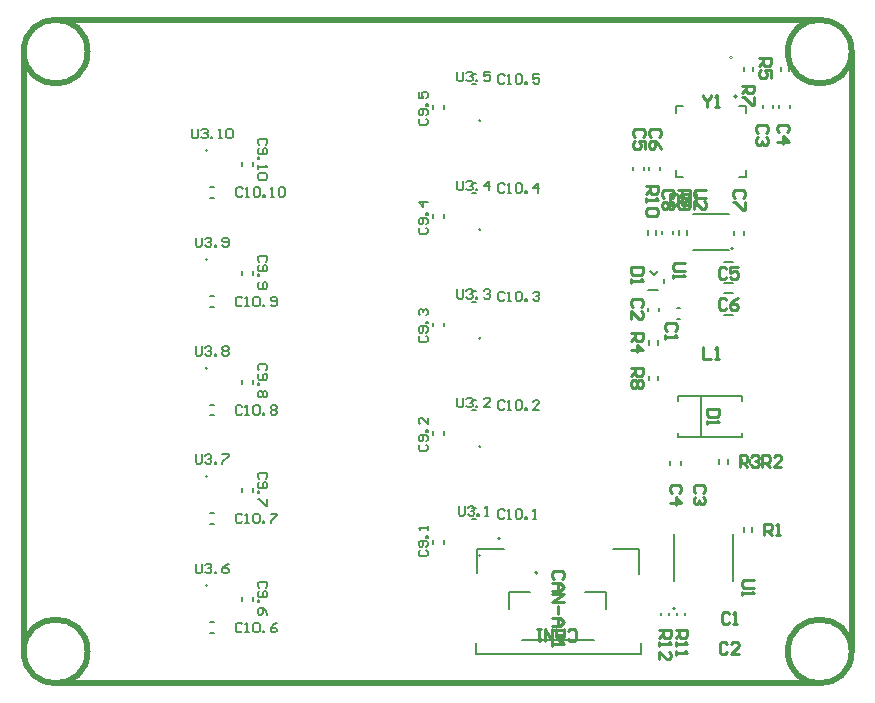
<source format=gto>
G04*
G04 #@! TF.GenerationSoftware,Altium Limited,Altium Designer,21.4.1 (30)*
G04*
G04 Layer_Color=65535*
%FSLAX44Y44*%
%MOMM*%
G71*
G04*
G04 #@! TF.SameCoordinates,B4B9371B-DA90-4157-8B6F-408CC5BF2631*
G04*
G04*
G04 #@! TF.FilePolarity,Positive*
G04*
G01*
G75*
%ADD10C,0.5000*%
%ADD11C,0.0000*%
%ADD12C,0.1270*%
%ADD13C,0.2000*%
%ADD14C,0.1524*%
%ADD15C,0.1500*%
%ADD16C,0.2500*%
D10*
X826400Y1269092D02*
G03*
X826400Y1269092I-27000J0D01*
G01*
Y761258D02*
G03*
X826400Y761258I-27000J0D01*
G01*
X1473300Y1269092D02*
G03*
X1473300Y1269092I-27000J0D01*
G01*
Y761258D02*
G03*
X1473300Y761258I-27000J0D01*
G01*
X797900Y734300D02*
X1447500D01*
X1473300Y761258D02*
Y1269092D01*
X798400Y1296000D02*
X1447500D01*
X772400Y759700D02*
Y1270200D01*
D11*
X1159240Y842458D02*
G03*
X1159240Y842458I-1000J0D01*
G01*
X1159267Y934490D02*
G03*
X1159267Y934490I-1000J0D01*
G01*
Y1026490D02*
G03*
X1159267Y1026490I-1000J0D01*
G01*
Y1210490D02*
G03*
X1159267Y1210490I-1000J0D01*
G01*
Y1118191D02*
G03*
X1159267Y1118191I-1000J0D01*
G01*
X927933Y817010D02*
G03*
X927933Y817010I-1000J0D01*
G01*
Y909309D02*
G03*
X927933Y909309I-1000J0D01*
G01*
Y1001010D02*
G03*
X927933Y1001010I-1000J0D01*
G01*
Y1093010D02*
G03*
X927933Y1093010I-1000J0D01*
G01*
X927960Y1185342D02*
G03*
X927960Y1185342I-1000J0D01*
G01*
X1372472Y1264300D02*
G03*
X1372472Y1264300I-1270J0D01*
G01*
D12*
X1376052Y1231230D02*
G03*
X1376052Y1231230I-1270J0D01*
G01*
X1152140Y873360D02*
X1155140D01*
X1152140Y882360D02*
X1155140D01*
X1152167Y1241393D02*
X1155167D01*
X1152167Y1250392D02*
X1155167D01*
X1152167Y965393D02*
X1155167D01*
X1152167Y974392D02*
X1155167D01*
X1152167Y1149093D02*
X1155167D01*
X1152167Y1158093D02*
X1155167D01*
X1152167Y1057393D02*
X1155167D01*
X1152167Y1066393D02*
X1155167D01*
X1119040Y852460D02*
Y855460D01*
X1128040Y852460D02*
Y855460D01*
X1119067Y1128193D02*
Y1131193D01*
X1128067Y1128193D02*
Y1131193D01*
X1119067Y1220492D02*
Y1223492D01*
X1128067Y1220492D02*
Y1223492D01*
X1119067Y944492D02*
Y947493D01*
X1128067Y944492D02*
Y947493D01*
X1119067Y1036492D02*
Y1039492D01*
X1128067Y1036492D02*
Y1039492D01*
X1293668Y826769D02*
Y847769D01*
X1271168D02*
X1293668D01*
X1156168Y827269D02*
Y848269D01*
X1178668D01*
X1155668Y758769D02*
Y768269D01*
X1294168Y758769D02*
X1294668Y759269D01*
Y768269D01*
X1155668Y758769D02*
X1294168D01*
X1382400Y1113800D02*
Y1116800D01*
X1373400Y1113800D02*
Y1116800D01*
X1420900Y1221135D02*
Y1224135D01*
X1411900Y1221135D02*
Y1224135D01*
X1407000Y1221170D02*
Y1224170D01*
X1398000Y1221170D02*
Y1224170D01*
X957133Y804007D02*
Y807008D01*
X966133Y804007D02*
Y807008D01*
X930033Y777107D02*
X933033D01*
X930033Y786107D02*
X933033D01*
X957133Y896307D02*
Y899307D01*
X966133Y896307D02*
Y899307D01*
X930033Y869407D02*
X933033D01*
X930033Y878407D02*
X933033D01*
X957133Y988008D02*
Y991008D01*
X966133Y988008D02*
Y991008D01*
X930033Y961107D02*
X933033D01*
X930033Y970107D02*
X933033D01*
X957133Y1080007D02*
Y1083008D01*
X966133Y1080007D02*
Y1083008D01*
X930033Y1053108D02*
X933033D01*
X930033Y1062107D02*
X933033D01*
X957160Y1172340D02*
Y1175340D01*
X966160Y1172340D02*
Y1175340D01*
X930060Y1145440D02*
X933060D01*
X930060Y1154440D02*
X933060D01*
X1310000Y1049400D02*
Y1052400D01*
X1301000Y1049400D02*
Y1052400D01*
X1297500Y1168650D02*
Y1171650D01*
X1288500Y1168650D02*
Y1171650D01*
X1311000Y1168650D02*
Y1171650D01*
X1302000Y1168650D02*
Y1171650D01*
X1339203Y1101200D02*
X1369202D01*
X1339203Y1131200D02*
X1369202D01*
X1322100Y1114532D02*
Y1117532D01*
X1313100Y1114532D02*
Y1117532D01*
X1325200Y1042800D02*
X1328200D01*
X1325200Y1051800D02*
X1328200D01*
X1365305Y1073010D02*
X1372505D01*
X1365305Y1091010D02*
X1372505D01*
X1365305Y1046340D02*
X1372505D01*
X1365305Y1064340D02*
X1372505D01*
X1183065Y797334D02*
Y811534D01*
X1200715D01*
X1265565Y797234D02*
Y811534D01*
X1247915D02*
X1265565D01*
X1193915Y771033D02*
X1254815D01*
X1319570Y919220D02*
Y922220D01*
X1328570Y919220D02*
Y922220D01*
X1373260Y820830D02*
Y860830D01*
X1322760Y820830D02*
Y860830D01*
D13*
X1175668Y856769D02*
G03*
X1175668Y856769I-1000J0D01*
G01*
X1372982Y1102230D02*
G03*
X1372982Y1102230I-1000J0D01*
G01*
X1207315Y828034D02*
G03*
X1207315Y828034I-1000J0D01*
G01*
X1323960Y797630D02*
G03*
X1323960Y797630I-1000J0D01*
G01*
X1332350Y791878D02*
Y793878D01*
X1325850Y791878D02*
Y793878D01*
X1378203Y1222800D02*
X1384202D01*
Y1216800D02*
Y1222800D01*
Y1162800D02*
Y1168800D01*
X1378203Y1162800D02*
X1384202D01*
X1324203Y1222800D02*
X1330202D01*
X1324203Y1216800D02*
Y1222800D01*
Y1162800D02*
Y1168800D01*
Y1162800D02*
X1330202D01*
X1387070Y920220D02*
Y924220D01*
X1380070Y920220D02*
Y924220D01*
X1382400Y1252435D02*
Y1256435D01*
X1389400Y1252435D02*
Y1256435D01*
X1413400Y1252435D02*
Y1256435D01*
X1420400Y1252435D02*
Y1256435D01*
X1309000Y990800D02*
Y994800D01*
X1302000Y990800D02*
Y994800D01*
X1309000Y1020800D02*
Y1024800D01*
X1302000Y1020800D02*
Y1024800D01*
X1305750Y1079950D02*
X1309125Y1083325D01*
X1302500Y1083200D02*
X1305750Y1079950D01*
X1301250Y1067200D02*
X1309500D01*
X1300700Y1114032D02*
Y1118032D01*
X1307700Y1114032D02*
Y1118032D01*
X1327200Y1114032D02*
Y1118032D01*
X1334200Y1114032D02*
Y1118032D01*
X1318350Y791878D02*
Y793878D01*
X1311850Y791878D02*
Y793878D01*
X1368403Y920220D02*
Y924220D01*
X1361403Y920220D02*
Y924220D01*
X1382070Y862430D02*
Y866430D01*
X1389070Y862430D02*
Y866430D01*
X1107974Y847029D02*
X1106642Y845696D01*
Y843030D01*
X1107974Y841697D01*
X1113306D01*
X1114639Y843030D01*
Y845696D01*
X1113306Y847029D01*
Y849695D02*
X1114639Y851028D01*
Y853693D01*
X1113306Y855026D01*
X1107974D01*
X1106642Y853693D01*
Y851028D01*
X1107974Y849695D01*
X1109307D01*
X1110640Y851028D01*
Y855026D01*
X1114639Y857692D02*
X1113306D01*
Y859025D01*
X1114639D01*
Y857692D01*
Y864357D02*
Y867022D01*
Y865690D01*
X1106642D01*
X1107974Y864357D01*
X1108001Y936396D02*
X1106668Y935063D01*
Y932397D01*
X1108001Y931064D01*
X1113333D01*
X1114666Y932397D01*
Y935063D01*
X1113333Y936396D01*
Y939062D02*
X1114666Y940394D01*
Y943060D01*
X1113333Y944393D01*
X1108001D01*
X1106668Y943060D01*
Y940394D01*
X1108001Y939062D01*
X1109334D01*
X1110667Y940394D01*
Y944393D01*
X1114666Y947059D02*
X1113333D01*
Y948392D01*
X1114666D01*
Y947059D01*
Y959055D02*
Y953723D01*
X1109334Y959055D01*
X1108001D01*
X1106668Y957722D01*
Y955056D01*
X1108001Y953723D01*
Y1028396D02*
X1106668Y1027063D01*
Y1024397D01*
X1108001Y1023064D01*
X1113333D01*
X1114666Y1024397D01*
Y1027063D01*
X1113333Y1028396D01*
Y1031061D02*
X1114666Y1032394D01*
Y1035060D01*
X1113333Y1036393D01*
X1108001D01*
X1106668Y1035060D01*
Y1032394D01*
X1108001Y1031061D01*
X1109334D01*
X1110667Y1032394D01*
Y1036393D01*
X1114666Y1039059D02*
X1113333D01*
Y1040392D01*
X1114666D01*
Y1039059D01*
X1108001Y1045723D02*
X1106668Y1047056D01*
Y1049722D01*
X1108001Y1051055D01*
X1109334D01*
X1110667Y1049722D01*
Y1048389D01*
Y1049722D01*
X1112000Y1051055D01*
X1113333D01*
X1114666Y1049722D01*
Y1047056D01*
X1113333Y1045723D01*
X1108001Y1120096D02*
X1106668Y1118763D01*
Y1116098D01*
X1108001Y1114765D01*
X1113333D01*
X1114666Y1116098D01*
Y1118763D01*
X1113333Y1120096D01*
Y1122762D02*
X1114666Y1124095D01*
Y1126761D01*
X1113333Y1128094D01*
X1108001D01*
X1106668Y1126761D01*
Y1124095D01*
X1108001Y1122762D01*
X1109334D01*
X1110667Y1124095D01*
Y1128094D01*
X1114666Y1130760D02*
X1113333D01*
Y1132092D01*
X1114666D01*
Y1130760D01*
Y1141423D02*
X1106668D01*
X1110667Y1137424D01*
Y1142756D01*
X1108001Y1212396D02*
X1106668Y1211063D01*
Y1208397D01*
X1108001Y1207064D01*
X1113333D01*
X1114666Y1208397D01*
Y1211063D01*
X1113333Y1212396D01*
Y1215061D02*
X1114666Y1216394D01*
Y1219060D01*
X1113333Y1220393D01*
X1108001D01*
X1106668Y1219060D01*
Y1216394D01*
X1108001Y1215061D01*
X1109334D01*
X1110667Y1216394D01*
Y1220393D01*
X1114666Y1223059D02*
X1113333D01*
Y1224392D01*
X1114666D01*
Y1223059D01*
X1106668Y1235055D02*
Y1229723D01*
X1110667D01*
X1109334Y1232389D01*
Y1233722D01*
X1110667Y1235055D01*
X1113333D01*
X1114666Y1233722D01*
Y1231056D01*
X1113333Y1229723D01*
X977199Y815104D02*
X978532Y816437D01*
Y819103D01*
X977199Y820436D01*
X971867D01*
X970534Y819103D01*
Y816437D01*
X971867Y815104D01*
Y812439D02*
X970534Y811106D01*
Y808440D01*
X971867Y807107D01*
X977199D01*
X978532Y808440D01*
Y811106D01*
X977199Y812439D01*
X975866D01*
X974533Y811106D01*
Y807107D01*
X970534Y804441D02*
X971867D01*
Y803108D01*
X970534D01*
Y804441D01*
X978532Y792445D02*
X977199Y795111D01*
X974533Y797776D01*
X971867D01*
X970534Y796444D01*
Y793778D01*
X971867Y792445D01*
X973200D01*
X974533Y793778D01*
Y797776D01*
X977199Y907404D02*
X978532Y908737D01*
Y911402D01*
X977199Y912735D01*
X971867D01*
X970534Y911402D01*
Y908737D01*
X971867Y907404D01*
Y904738D02*
X970534Y903405D01*
Y900739D01*
X971867Y899406D01*
X977199D01*
X978532Y900739D01*
Y903405D01*
X977199Y904738D01*
X975866D01*
X974533Y903405D01*
Y899406D01*
X970534Y896740D02*
X971867D01*
Y895408D01*
X970534D01*
Y896740D01*
X978532Y890076D02*
Y884744D01*
X977199D01*
X971867Y890076D01*
X970534D01*
X977199Y999104D02*
X978532Y1000437D01*
Y1003103D01*
X977199Y1004436D01*
X971867D01*
X970534Y1003103D01*
Y1000437D01*
X971867Y999104D01*
Y996439D02*
X970534Y995106D01*
Y992440D01*
X971867Y991107D01*
X977199D01*
X978532Y992440D01*
Y995106D01*
X977199Y996439D01*
X975866D01*
X974533Y995106D01*
Y991107D01*
X970534Y988441D02*
X971867D01*
Y987108D01*
X970534D01*
Y988441D01*
X977199Y981777D02*
X978532Y980444D01*
Y977778D01*
X977199Y976445D01*
X975866D01*
X974533Y977778D01*
X973200Y976445D01*
X971867D01*
X970534Y977778D01*
Y980444D01*
X971867Y981777D01*
X973200D01*
X974533Y980444D01*
X975866Y981777D01*
X977199D01*
X974533Y980444D02*
Y977778D01*
X977199Y1091104D02*
X978532Y1092437D01*
Y1095103D01*
X977199Y1096436D01*
X971867D01*
X970534Y1095103D01*
Y1092437D01*
X971867Y1091104D01*
Y1088438D02*
X970534Y1087106D01*
Y1084440D01*
X971867Y1083107D01*
X977199D01*
X978532Y1084440D01*
Y1087106D01*
X977199Y1088438D01*
X975866D01*
X974533Y1087106D01*
Y1083107D01*
X970534Y1080441D02*
X971867D01*
Y1079108D01*
X970534D01*
Y1080441D01*
X971867Y1073776D02*
X970534Y1072444D01*
Y1069778D01*
X971867Y1068445D01*
X977199D01*
X978532Y1069778D01*
Y1072444D01*
X977199Y1073776D01*
X975866D01*
X974533Y1072444D01*
Y1068445D01*
X977226Y1190101D02*
X978558Y1191434D01*
Y1194100D01*
X977226Y1195433D01*
X971894D01*
X970561Y1194100D01*
Y1191434D01*
X971894Y1190101D01*
Y1187436D02*
X970561Y1186103D01*
Y1183437D01*
X971894Y1182104D01*
X977226D01*
X978558Y1183437D01*
Y1186103D01*
X977226Y1187436D01*
X975893D01*
X974560Y1186103D01*
Y1182104D01*
X970561Y1179438D02*
X971894D01*
Y1178105D01*
X970561D01*
Y1179438D01*
Y1172774D02*
Y1170108D01*
Y1171441D01*
X978558D01*
X977226Y1172774D01*
Y1166109D02*
X978558Y1164776D01*
Y1162110D01*
X977226Y1160777D01*
X971894D01*
X970561Y1162110D01*
Y1164776D01*
X971894Y1166109D01*
X977226D01*
X1179574Y880424D02*
X1178241Y881757D01*
X1175575D01*
X1174242Y880424D01*
Y875093D01*
X1175575Y873760D01*
X1178241D01*
X1179574Y875093D01*
X1182239Y873760D02*
X1184905D01*
X1183572D01*
Y881757D01*
X1182239Y880424D01*
X1188904D02*
X1190237Y881757D01*
X1192903D01*
X1194236Y880424D01*
Y875093D01*
X1192903Y873760D01*
X1190237D01*
X1188904Y875093D01*
Y880424D01*
X1196901Y873760D02*
Y875093D01*
X1198234D01*
Y873760D01*
X1196901D01*
X1203566D02*
X1206232D01*
X1204899D01*
Y881757D01*
X1203566Y880424D01*
X1179574Y972626D02*
X1178241Y973959D01*
X1175575D01*
X1174242Y972626D01*
Y967295D01*
X1175575Y965962D01*
X1178241D01*
X1179574Y967295D01*
X1182239Y965962D02*
X1184905D01*
X1183572D01*
Y973959D01*
X1182239Y972626D01*
X1188904D02*
X1190237Y973959D01*
X1192903D01*
X1194236Y972626D01*
Y967295D01*
X1192903Y965962D01*
X1190237D01*
X1188904Y967295D01*
Y972626D01*
X1196901Y965962D02*
Y967295D01*
X1198234D01*
Y965962D01*
X1196901D01*
X1208897D02*
X1203566D01*
X1208897Y971294D01*
Y972626D01*
X1207565Y973959D01*
X1204899D01*
X1203566Y972626D01*
X1179574Y1064575D02*
X1178241Y1065907D01*
X1175575D01*
X1174242Y1064575D01*
Y1059243D01*
X1175575Y1057910D01*
X1178241D01*
X1179574Y1059243D01*
X1182239Y1057910D02*
X1184905D01*
X1183572D01*
Y1065907D01*
X1182239Y1064575D01*
X1188904D02*
X1190237Y1065907D01*
X1192903D01*
X1194236Y1064575D01*
Y1059243D01*
X1192903Y1057910D01*
X1190237D01*
X1188904Y1059243D01*
Y1064575D01*
X1196901Y1057910D02*
Y1059243D01*
X1198234D01*
Y1057910D01*
X1196901D01*
X1203566Y1064575D02*
X1204899Y1065907D01*
X1207565D01*
X1208897Y1064575D01*
Y1063242D01*
X1207565Y1061909D01*
X1206232D01*
X1207565D01*
X1208897Y1060576D01*
Y1059243D01*
X1207565Y1057910D01*
X1204899D01*
X1203566Y1059243D01*
X1179574Y1156268D02*
X1178241Y1157601D01*
X1175575D01*
X1174242Y1156268D01*
Y1150937D01*
X1175575Y1149604D01*
X1178241D01*
X1179574Y1150937D01*
X1182239Y1149604D02*
X1184905D01*
X1183572D01*
Y1157601D01*
X1182239Y1156268D01*
X1188904D02*
X1190237Y1157601D01*
X1192903D01*
X1194236Y1156268D01*
Y1150937D01*
X1192903Y1149604D01*
X1190237D01*
X1188904Y1150937D01*
Y1156268D01*
X1196901Y1149604D02*
Y1150937D01*
X1198234D01*
Y1149604D01*
X1196901D01*
X1207565D02*
Y1157601D01*
X1203566Y1153603D01*
X1208897D01*
X1179574Y1248471D02*
X1178241Y1249803D01*
X1175575D01*
X1174242Y1248471D01*
Y1243139D01*
X1175575Y1241806D01*
X1178241D01*
X1179574Y1243139D01*
X1182239Y1241806D02*
X1184905D01*
X1183572D01*
Y1249803D01*
X1182239Y1248471D01*
X1188904D02*
X1190237Y1249803D01*
X1192903D01*
X1194236Y1248471D01*
Y1243139D01*
X1192903Y1241806D01*
X1190237D01*
X1188904Y1243139D01*
Y1248471D01*
X1196901Y1241806D02*
Y1243139D01*
X1198234D01*
Y1241806D01*
X1196901D01*
X1208897Y1249803D02*
X1203566D01*
Y1245805D01*
X1206232Y1247138D01*
X1207565D01*
X1208897Y1245805D01*
Y1243139D01*
X1207565Y1241806D01*
X1204899D01*
X1203566Y1243139D01*
X957324Y784158D02*
X955991Y785491D01*
X953325D01*
X951992Y784158D01*
Y778827D01*
X953325Y777494D01*
X955991D01*
X957324Y778827D01*
X959989Y777494D02*
X962655D01*
X961322D01*
Y785491D01*
X959989Y784158D01*
X966654D02*
X967987Y785491D01*
X970653D01*
X971986Y784158D01*
Y778827D01*
X970653Y777494D01*
X967987D01*
X966654Y778827D01*
Y784158D01*
X974651Y777494D02*
Y778827D01*
X975984D01*
Y777494D01*
X974651D01*
X986647Y785491D02*
X983982Y784158D01*
X981316Y781493D01*
Y778827D01*
X982649Y777494D01*
X985315D01*
X986647Y778827D01*
Y780160D01*
X985315Y781493D01*
X981316D01*
X957324Y876615D02*
X955991Y877947D01*
X953325D01*
X951992Y876615D01*
Y871283D01*
X953325Y869950D01*
X955991D01*
X957324Y871283D01*
X959989Y869950D02*
X962655D01*
X961322D01*
Y877947D01*
X959989Y876615D01*
X966654D02*
X967987Y877947D01*
X970653D01*
X971986Y876615D01*
Y871283D01*
X970653Y869950D01*
X967987D01*
X966654Y871283D01*
Y876615D01*
X974651Y869950D02*
Y871283D01*
X975984D01*
Y869950D01*
X974651D01*
X981316Y877947D02*
X986647D01*
Y876615D01*
X981316Y871283D01*
Y869950D01*
X957324Y968308D02*
X955991Y969641D01*
X953325D01*
X951992Y968308D01*
Y962977D01*
X953325Y961644D01*
X955991D01*
X957324Y962977D01*
X959989Y961644D02*
X962655D01*
X961322D01*
Y969641D01*
X959989Y968308D01*
X966654D02*
X967987Y969641D01*
X970653D01*
X971986Y968308D01*
Y962977D01*
X970653Y961644D01*
X967987D01*
X966654Y962977D01*
Y968308D01*
X974651Y961644D02*
Y962977D01*
X975984D01*
Y961644D01*
X974651D01*
X981316Y968308D02*
X982649Y969641D01*
X985315D01*
X986647Y968308D01*
Y966976D01*
X985315Y965643D01*
X986647Y964310D01*
Y962977D01*
X985315Y961644D01*
X982649D01*
X981316Y962977D01*
Y964310D01*
X982649Y965643D01*
X981316Y966976D01*
Y968308D01*
X982649Y965643D02*
X985315D01*
X957324Y1060257D02*
X955991Y1061589D01*
X953325D01*
X951992Y1060257D01*
Y1054925D01*
X953325Y1053592D01*
X955991D01*
X957324Y1054925D01*
X959989Y1053592D02*
X962655D01*
X961322D01*
Y1061589D01*
X959989Y1060257D01*
X966654D02*
X967987Y1061589D01*
X970653D01*
X971986Y1060257D01*
Y1054925D01*
X970653Y1053592D01*
X967987D01*
X966654Y1054925D01*
Y1060257D01*
X974651Y1053592D02*
Y1054925D01*
X975984D01*
Y1053592D01*
X974651D01*
X981316Y1054925D02*
X982649Y1053592D01*
X985315D01*
X986647Y1054925D01*
Y1060257D01*
X985315Y1061589D01*
X982649D01*
X981316Y1060257D01*
Y1058924D01*
X982649Y1057591D01*
X986647D01*
X957578Y1152712D02*
X956245Y1154045D01*
X953579D01*
X952246Y1152712D01*
Y1147381D01*
X953579Y1146048D01*
X956245D01*
X957578Y1147381D01*
X960243Y1146048D02*
X962909D01*
X961576D01*
Y1154045D01*
X960243Y1152712D01*
X966908D02*
X968241Y1154045D01*
X970907D01*
X972240Y1152712D01*
Y1147381D01*
X970907Y1146048D01*
X968241D01*
X966908Y1147381D01*
Y1152712D01*
X974905Y1146048D02*
Y1147381D01*
X976238D01*
Y1146048D01*
X974905D01*
X981570D02*
X984236D01*
X982903D01*
Y1154045D01*
X981570Y1152712D01*
X988234D02*
X989567Y1154045D01*
X992233D01*
X993566Y1152712D01*
Y1147381D01*
X992233Y1146048D01*
X989567D01*
X988234Y1147381D01*
Y1152712D01*
X1140460Y884043D02*
Y877379D01*
X1141793Y876046D01*
X1144459D01*
X1145792Y877379D01*
Y884043D01*
X1148457Y882710D02*
X1149790Y884043D01*
X1152456D01*
X1153789Y882710D01*
Y881378D01*
X1152456Y880045D01*
X1151123D01*
X1152456D01*
X1153789Y878712D01*
Y877379D01*
X1152456Y876046D01*
X1149790D01*
X1148457Y877379D01*
X1156455Y876046D02*
Y877379D01*
X1157788D01*
Y876046D01*
X1156455D01*
X1163119D02*
X1165785D01*
X1164452D01*
Y884043D01*
X1163119Y882710D01*
X1139190Y975991D02*
Y969327D01*
X1140523Y967994D01*
X1143189D01*
X1144522Y969327D01*
Y975991D01*
X1147187Y974659D02*
X1148520Y975991D01*
X1151186D01*
X1152519Y974659D01*
Y973326D01*
X1151186Y971993D01*
X1149853D01*
X1151186D01*
X1152519Y970660D01*
Y969327D01*
X1151186Y967994D01*
X1148520D01*
X1147187Y969327D01*
X1155185Y967994D02*
Y969327D01*
X1156518D01*
Y967994D01*
X1155185D01*
X1167181D02*
X1161849D01*
X1167181Y973326D01*
Y974659D01*
X1165848Y975991D01*
X1163182D01*
X1161849Y974659D01*
X1139190Y1067939D02*
Y1061275D01*
X1140523Y1059942D01*
X1143189D01*
X1144522Y1061275D01*
Y1067939D01*
X1147187Y1066607D02*
X1148520Y1067939D01*
X1151186D01*
X1152519Y1066607D01*
Y1065274D01*
X1151186Y1063941D01*
X1149853D01*
X1151186D01*
X1152519Y1062608D01*
Y1061275D01*
X1151186Y1059942D01*
X1148520D01*
X1147187Y1061275D01*
X1155185Y1059942D02*
Y1061275D01*
X1156518D01*
Y1059942D01*
X1155185D01*
X1161849Y1066607D02*
X1163182Y1067939D01*
X1165848D01*
X1167181Y1066607D01*
Y1065274D01*
X1165848Y1063941D01*
X1164515D01*
X1165848D01*
X1167181Y1062608D01*
Y1061275D01*
X1165848Y1059942D01*
X1163182D01*
X1161849Y1061275D01*
X1139190Y1159633D02*
Y1152969D01*
X1140523Y1151636D01*
X1143189D01*
X1144522Y1152969D01*
Y1159633D01*
X1147187Y1158300D02*
X1148520Y1159633D01*
X1151186D01*
X1152519Y1158300D01*
Y1156968D01*
X1151186Y1155635D01*
X1149853D01*
X1151186D01*
X1152519Y1154302D01*
Y1152969D01*
X1151186Y1151636D01*
X1148520D01*
X1147187Y1152969D01*
X1155185Y1151636D02*
Y1152969D01*
X1156518D01*
Y1151636D01*
X1155185D01*
X1165848D02*
Y1159633D01*
X1161849Y1155635D01*
X1167181D01*
X1139190Y1252089D02*
Y1245425D01*
X1140523Y1244092D01*
X1143189D01*
X1144522Y1245425D01*
Y1252089D01*
X1147187Y1250757D02*
X1148520Y1252089D01*
X1151186D01*
X1152519Y1250757D01*
Y1249424D01*
X1151186Y1248091D01*
X1149853D01*
X1151186D01*
X1152519Y1246758D01*
Y1245425D01*
X1151186Y1244092D01*
X1148520D01*
X1147187Y1245425D01*
X1155185Y1244092D02*
Y1245425D01*
X1156518D01*
Y1244092D01*
X1155185D01*
X1167181Y1252089D02*
X1161849D01*
Y1248091D01*
X1164515Y1249424D01*
X1165848D01*
X1167181Y1248091D01*
Y1245425D01*
X1165848Y1244092D01*
X1163182D01*
X1161849Y1245425D01*
X917956Y835529D02*
Y828865D01*
X919289Y827532D01*
X921955D01*
X923288Y828865D01*
Y835529D01*
X925953Y834196D02*
X927286Y835529D01*
X929952D01*
X931285Y834196D01*
Y832864D01*
X929952Y831531D01*
X928619D01*
X929952D01*
X931285Y830198D01*
Y828865D01*
X929952Y827532D01*
X927286D01*
X925953Y828865D01*
X933951Y827532D02*
Y828865D01*
X935284D01*
Y827532D01*
X933951D01*
X945947Y835529D02*
X943281Y834196D01*
X940615Y831531D01*
Y828865D01*
X941948Y827532D01*
X944614D01*
X945947Y828865D01*
Y830198D01*
X944614Y831531D01*
X940615D01*
X917956Y927985D02*
Y921321D01*
X919289Y919988D01*
X921955D01*
X923288Y921321D01*
Y927985D01*
X925953Y926653D02*
X927286Y927985D01*
X929952D01*
X931285Y926653D01*
Y925320D01*
X929952Y923987D01*
X928619D01*
X929952D01*
X931285Y922654D01*
Y921321D01*
X929952Y919988D01*
X927286D01*
X925953Y921321D01*
X933951Y919988D02*
Y921321D01*
X935284D01*
Y919988D01*
X933951D01*
X940615Y927985D02*
X945947D01*
Y926653D01*
X940615Y921321D01*
Y919988D01*
X917956Y1019679D02*
Y1013015D01*
X919289Y1011682D01*
X921955D01*
X923288Y1013015D01*
Y1019679D01*
X925953Y1018346D02*
X927286Y1019679D01*
X929952D01*
X931285Y1018346D01*
Y1017014D01*
X929952Y1015681D01*
X928619D01*
X929952D01*
X931285Y1014348D01*
Y1013015D01*
X929952Y1011682D01*
X927286D01*
X925953Y1013015D01*
X933951Y1011682D02*
Y1013015D01*
X935284D01*
Y1011682D01*
X933951D01*
X940615Y1018346D02*
X941948Y1019679D01*
X944614D01*
X945947Y1018346D01*
Y1017014D01*
X944614Y1015681D01*
X945947Y1014348D01*
Y1013015D01*
X944614Y1011682D01*
X941948D01*
X940615Y1013015D01*
Y1014348D01*
X941948Y1015681D01*
X940615Y1017014D01*
Y1018346D01*
X941948Y1015681D02*
X944614D01*
X917956Y1111627D02*
Y1104963D01*
X919289Y1103630D01*
X921955D01*
X923288Y1104963D01*
Y1111627D01*
X925953Y1110294D02*
X927286Y1111627D01*
X929952D01*
X931285Y1110294D01*
Y1108962D01*
X929952Y1107629D01*
X928619D01*
X929952D01*
X931285Y1106296D01*
Y1104963D01*
X929952Y1103630D01*
X927286D01*
X925953Y1104963D01*
X933951Y1103630D02*
Y1104963D01*
X935284D01*
Y1103630D01*
X933951D01*
X940615Y1104963D02*
X941948Y1103630D01*
X944614D01*
X945947Y1104963D01*
Y1110294D01*
X944614Y1111627D01*
X941948D01*
X940615Y1110294D01*
Y1108962D01*
X941948Y1107629D01*
X945947D01*
X914654Y1203829D02*
Y1197165D01*
X915987Y1195832D01*
X918653D01*
X919986Y1197165D01*
Y1203829D01*
X922651Y1202496D02*
X923984Y1203829D01*
X926650D01*
X927983Y1202496D01*
Y1201164D01*
X926650Y1199831D01*
X925317D01*
X926650D01*
X927983Y1198498D01*
Y1197165D01*
X926650Y1195832D01*
X923984D01*
X922651Y1197165D01*
X930649Y1195832D02*
Y1197165D01*
X931982D01*
Y1195832D01*
X930649D01*
X937313D02*
X939979D01*
X938646D01*
Y1203829D01*
X937313Y1202496D01*
X943978D02*
X945311Y1203829D01*
X947977D01*
X949309Y1202496D01*
Y1197165D01*
X947977Y1195832D01*
X945311D01*
X943978Y1197165D01*
Y1202496D01*
D14*
X1314508Y1072722D02*
G03*
X1314508Y1076278I-2276J1778D01*
G01*
Y1072722D02*
G03*
X1314508Y1076278I-2276J1778D01*
G01*
D15*
X1346070Y942590D02*
X1380570D01*
X1344570D02*
X1346070D01*
X1326570D02*
X1343070D01*
X1326570Y977590D02*
X1343070D01*
X1344570D01*
X1346070D02*
X1380570D01*
X1346070Y942590D02*
Y977590D01*
X1344570D02*
X1346070D01*
X1343070Y942590D02*
X1344570D01*
X1380570Y973590D02*
Y977590D01*
X1326570Y973590D02*
Y977590D01*
Y942590D02*
Y946590D01*
X1380570Y942590D02*
Y946590D01*
D16*
X1347470Y1232499D02*
Y1230833D01*
X1350802Y1227500D01*
X1354135Y1230833D01*
Y1232499D01*
X1350802Y1227500D02*
Y1222502D01*
X1357467D02*
X1360799D01*
X1359133D01*
Y1232499D01*
X1357467Y1230833D01*
X1350198Y1152231D02*
X1341868D01*
X1340202Y1150564D01*
Y1147232D01*
X1341868Y1145566D01*
X1350198D01*
X1340202Y1135569D02*
Y1142234D01*
X1346866Y1135569D01*
X1348532D01*
X1350198Y1137235D01*
Y1140568D01*
X1348532Y1142234D01*
X1331798Y1090364D02*
X1323468D01*
X1321802Y1088698D01*
Y1085366D01*
X1323468Y1083700D01*
X1331798D01*
X1321802Y1080368D02*
Y1077035D01*
Y1078701D01*
X1331798D01*
X1330132Y1080368D01*
X1310032Y779480D02*
X1320029D01*
Y774482D01*
X1318363Y772815D01*
X1315030D01*
X1313364Y774482D01*
Y779480D01*
Y776148D02*
X1310032Y772815D01*
Y769483D02*
Y766151D01*
Y767817D01*
X1320029D01*
X1318363Y769483D01*
X1310032Y754488D02*
Y761152D01*
X1316696Y754488D01*
X1318363D01*
X1320029Y756154D01*
Y759486D01*
X1318363Y761152D01*
X1324200Y779580D02*
X1334197D01*
Y774582D01*
X1332531Y772915D01*
X1329198D01*
X1327532Y774582D01*
Y779580D01*
Y776248D02*
X1324200Y772915D01*
Y769583D02*
Y766251D01*
Y767917D01*
X1334197D01*
X1332531Y769583D01*
X1324200Y761253D02*
Y757920D01*
Y759586D01*
X1334197D01*
X1332531Y761253D01*
X1299302Y1154928D02*
X1309298D01*
Y1149930D01*
X1307632Y1148264D01*
X1304300D01*
X1302634Y1149930D01*
Y1154928D01*
Y1151596D02*
X1299302Y1148264D01*
Y1144932D02*
Y1141599D01*
Y1143266D01*
X1309298D01*
X1307632Y1144932D01*
Y1136601D02*
X1309298Y1134935D01*
Y1131603D01*
X1307632Y1129936D01*
X1300968D01*
X1299302Y1131603D01*
Y1134935D01*
X1300968Y1136601D01*
X1307632D01*
X1326302Y1152231D02*
X1336298D01*
Y1147232D01*
X1334632Y1145566D01*
X1331300D01*
X1329634Y1147232D01*
Y1152231D01*
Y1148898D02*
X1326302Y1145566D01*
X1327968Y1142234D02*
X1326302Y1140568D01*
Y1137235D01*
X1327968Y1135569D01*
X1334632D01*
X1336298Y1137235D01*
Y1140568D01*
X1334632Y1142234D01*
X1332966D01*
X1331300Y1140568D01*
Y1135569D01*
X1286430Y1001076D02*
X1296427D01*
Y996078D01*
X1294761Y994411D01*
X1291428D01*
X1289762Y996078D01*
Y1001076D01*
Y997744D02*
X1286430Y994411D01*
X1294761Y991079D02*
X1296427Y989413D01*
Y986081D01*
X1294761Y984415D01*
X1293094D01*
X1291428Y986081D01*
X1289762Y984415D01*
X1288096D01*
X1286430Y986081D01*
Y989413D01*
X1288096Y991079D01*
X1289762D01*
X1291428Y989413D01*
X1293094Y991079D01*
X1294761D01*
X1291428Y989413D02*
Y986081D01*
X1380802Y1240366D02*
X1390798D01*
Y1235367D01*
X1389132Y1233701D01*
X1385800D01*
X1384134Y1235367D01*
Y1240366D01*
Y1237033D02*
X1380802Y1233701D01*
X1390798Y1230369D02*
Y1223704D01*
X1389132D01*
X1382468Y1230369D01*
X1380802D01*
X1395002Y1263331D02*
X1404998D01*
Y1258332D01*
X1403332Y1256666D01*
X1400000D01*
X1398334Y1258332D01*
Y1263331D01*
Y1259998D02*
X1395002Y1256666D01*
X1404998Y1246669D02*
Y1253334D01*
X1400000D01*
X1401666Y1250002D01*
Y1248335D01*
X1400000Y1246669D01*
X1396668D01*
X1395002Y1248335D01*
Y1251668D01*
X1396668Y1253334D01*
X1286522Y1031048D02*
X1296519D01*
Y1026050D01*
X1294853Y1024383D01*
X1291520D01*
X1289854Y1026050D01*
Y1031048D01*
Y1027716D02*
X1286522Y1024383D01*
Y1016053D02*
X1296519D01*
X1291520Y1021051D01*
Y1014387D01*
X1319784Y1148933D02*
Y1138936D01*
X1324782D01*
X1326449Y1140602D01*
Y1147267D01*
X1324782Y1148933D01*
X1319784D01*
X1329781D02*
Y1138936D01*
X1334779D01*
X1336445Y1140602D01*
Y1147267D01*
X1334779Y1148933D01*
X1329781D01*
X1339778Y1138936D02*
X1343110D01*
X1341444D01*
Y1148933D01*
X1339778Y1147267D01*
X1296851Y1086750D02*
X1286854D01*
Y1081751D01*
X1288520Y1080085D01*
X1295185D01*
X1296851Y1081751D01*
Y1086750D01*
X1286854Y1076753D02*
Y1073421D01*
Y1075087D01*
X1296851D01*
X1295185Y1076753D01*
X1227705Y822787D02*
X1229371Y824454D01*
Y827786D01*
X1227705Y829452D01*
X1221040D01*
X1219374Y827786D01*
Y824454D01*
X1221040Y822787D01*
X1219374Y819455D02*
X1226039D01*
X1229371Y816123D01*
X1226039Y812791D01*
X1219374D01*
X1224372D01*
Y819455D01*
X1219374Y809458D02*
X1229371D01*
X1219374Y802794D01*
X1229371D01*
X1224372Y799462D02*
Y792797D01*
X1219374Y789465D02*
X1226039D01*
X1229371Y786133D01*
X1226039Y782800D01*
X1219374D01*
X1224372D01*
Y789465D01*
X1219374Y779468D02*
X1229371D01*
Y774470D01*
X1227705Y772804D01*
X1224372D01*
X1222706Y774470D01*
Y779468D01*
X1219374Y769471D02*
Y766139D01*
Y767805D01*
X1229371D01*
X1227705Y769471D01*
X1233312Y771536D02*
X1234978Y769870D01*
X1238310D01*
X1239976Y771536D01*
Y778201D01*
X1238310Y779867D01*
X1234978D01*
X1233312Y778201D01*
X1229980Y779867D02*
Y773202D01*
X1226647Y769870D01*
X1223315Y773202D01*
Y779867D01*
Y774868D01*
X1229980D01*
X1219983Y779867D02*
Y769870D01*
X1213318Y779867D01*
Y769870D01*
X1209986Y779867D02*
X1206654D01*
X1208320D01*
Y769870D01*
X1209986Y771536D01*
X1321032Y1145466D02*
X1322698Y1147132D01*
Y1150464D01*
X1321032Y1152131D01*
X1314368D01*
X1312702Y1150464D01*
Y1147132D01*
X1314368Y1145466D01*
X1321032Y1142134D02*
X1322698Y1140468D01*
Y1137135D01*
X1321032Y1135469D01*
X1319366D01*
X1317700Y1137135D01*
X1316034Y1135469D01*
X1314368D01*
X1312702Y1137135D01*
Y1140468D01*
X1314368Y1142134D01*
X1316034D01*
X1317700Y1140468D01*
X1319366Y1142134D01*
X1321032D01*
X1317700Y1140468D02*
Y1137135D01*
X1381132Y1144966D02*
X1382798Y1146632D01*
Y1149964D01*
X1381132Y1151631D01*
X1374468D01*
X1372802Y1149964D01*
Y1146632D01*
X1374468Y1144966D01*
X1382798Y1141634D02*
Y1134969D01*
X1381132D01*
X1374468Y1141634D01*
X1372802D01*
X1309923Y1196949D02*
X1311589Y1198616D01*
Y1201948D01*
X1309923Y1203614D01*
X1303258D01*
X1301592Y1201948D01*
Y1198616D01*
X1303258Y1196949D01*
X1311589Y1186953D02*
X1309923Y1190285D01*
X1306590Y1193617D01*
X1303258D01*
X1301592Y1191951D01*
Y1188619D01*
X1303258Y1186953D01*
X1304924D01*
X1306590Y1188619D01*
Y1193617D01*
X1296332Y1196966D02*
X1297998Y1198632D01*
Y1201964D01*
X1296332Y1203631D01*
X1289668D01*
X1288002Y1201964D01*
Y1198632D01*
X1289668Y1196966D01*
X1297998Y1186969D02*
Y1193634D01*
X1293000D01*
X1294666Y1190302D01*
Y1188635D01*
X1293000Y1186969D01*
X1289668D01*
X1288002Y1188635D01*
Y1191968D01*
X1289668Y1193634D01*
X1418332Y1200666D02*
X1419998Y1202332D01*
Y1205665D01*
X1418332Y1207331D01*
X1411668D01*
X1410002Y1205665D01*
Y1202332D01*
X1411668Y1200666D01*
X1410002Y1192336D02*
X1419998D01*
X1415000Y1197334D01*
Y1190669D01*
X1400532Y1200066D02*
X1402198Y1201732D01*
Y1205064D01*
X1400532Y1206730D01*
X1393868D01*
X1392202Y1205064D01*
Y1201732D01*
X1393868Y1200066D01*
X1400532Y1196734D02*
X1402198Y1195068D01*
Y1191735D01*
X1400532Y1190069D01*
X1398866D01*
X1397200Y1191735D01*
Y1193401D01*
Y1191735D01*
X1395534Y1190069D01*
X1393868D01*
X1392202Y1191735D01*
Y1195068D01*
X1393868Y1196734D01*
X1295232Y1052666D02*
X1296898Y1054332D01*
Y1057664D01*
X1295232Y1059331D01*
X1288568D01*
X1286902Y1057664D01*
Y1054332D01*
X1288568Y1052666D01*
X1286902Y1042669D02*
Y1049334D01*
X1293566Y1042669D01*
X1295232D01*
X1296898Y1044335D01*
Y1047668D01*
X1295232Y1049334D01*
X1323432Y1032800D02*
X1325098Y1034466D01*
Y1037798D01*
X1323432Y1039464D01*
X1316768D01*
X1315102Y1037798D01*
Y1034466D01*
X1316768Y1032800D01*
X1315102Y1029468D02*
Y1026135D01*
Y1027802D01*
X1325098D01*
X1323432Y1029468D01*
X1390498Y821964D02*
X1382168D01*
X1380502Y820298D01*
Y816966D01*
X1382168Y815300D01*
X1390498D01*
X1380502Y811968D02*
Y808635D01*
Y810302D01*
X1390498D01*
X1388832Y811968D01*
X1378458Y917194D02*
Y927191D01*
X1383456D01*
X1385123Y925525D01*
Y922192D01*
X1383456Y920526D01*
X1378458D01*
X1381790D02*
X1385123Y917194D01*
X1388455Y925525D02*
X1390121Y927191D01*
X1393453D01*
X1395119Y925525D01*
Y923858D01*
X1393453Y922192D01*
X1391787D01*
X1393453D01*
X1395119Y920526D01*
Y918860D01*
X1393453Y917194D01*
X1390121D01*
X1388455Y918860D01*
X1397254Y917194D02*
Y927191D01*
X1402252D01*
X1403918Y925525D01*
Y922192D01*
X1402252Y920526D01*
X1397254D01*
X1400586D02*
X1403918Y917194D01*
X1413915D02*
X1407251D01*
X1413915Y923858D01*
Y925525D01*
X1412249Y927191D01*
X1408917D01*
X1407251Y925525D01*
X1399032Y859536D02*
Y869533D01*
X1404030D01*
X1405697Y867867D01*
Y864534D01*
X1404030Y862868D01*
X1399032D01*
X1402364D02*
X1405697Y859536D01*
X1409029D02*
X1412361D01*
X1410695D01*
Y869533D01*
X1409029Y867867D01*
X1347724Y1019139D02*
Y1009142D01*
X1354388D01*
X1357721D02*
X1361053D01*
X1359387D01*
Y1019139D01*
X1357721Y1017473D01*
X1361108Y966754D02*
X1351112D01*
Y961756D01*
X1352778Y960090D01*
X1359442D01*
X1361108Y961756D01*
Y966754D01*
X1351112Y956758D02*
Y953425D01*
Y955091D01*
X1361108D01*
X1359442Y956758D01*
X1367343Y1058621D02*
X1365676Y1060287D01*
X1362344D01*
X1360678Y1058621D01*
Y1051956D01*
X1362344Y1050290D01*
X1365676D01*
X1367343Y1051956D01*
X1377339Y1060287D02*
X1374007Y1058621D01*
X1370675Y1055288D01*
Y1051956D01*
X1372341Y1050290D01*
X1375673D01*
X1377339Y1051956D01*
Y1053622D01*
X1375673Y1055288D01*
X1370675D01*
X1367343Y1085291D02*
X1365676Y1086957D01*
X1362344D01*
X1360678Y1085291D01*
Y1078626D01*
X1362344Y1076960D01*
X1365676D01*
X1367343Y1078626D01*
X1377339Y1086957D02*
X1370675D01*
Y1081958D01*
X1374007Y1083624D01*
X1375673D01*
X1377339Y1081958D01*
Y1078626D01*
X1375673Y1076960D01*
X1372341D01*
X1370675Y1078626D01*
X1327532Y895266D02*
X1329198Y896932D01*
Y900264D01*
X1327532Y901930D01*
X1320868D01*
X1319202Y900264D01*
Y896932D01*
X1320868Y895266D01*
X1319202Y886935D02*
X1329198D01*
X1324200Y891934D01*
Y885269D01*
X1347742Y895716D02*
X1349408Y897382D01*
Y900714D01*
X1347742Y902381D01*
X1341078D01*
X1339412Y900714D01*
Y897382D01*
X1341078Y895716D01*
X1347742Y892384D02*
X1349408Y890718D01*
Y887385D01*
X1347742Y885719D01*
X1346076D01*
X1344410Y887385D01*
Y889052D01*
Y887385D01*
X1342744Y885719D01*
X1341078D01*
X1339412Y887385D01*
Y890718D01*
X1341078Y892384D01*
X1368105Y767791D02*
X1366438Y769457D01*
X1363106D01*
X1361440Y767791D01*
Y761126D01*
X1363106Y759460D01*
X1366438D01*
X1368105Y761126D01*
X1378101Y759460D02*
X1371437D01*
X1378101Y766124D01*
Y767791D01*
X1376435Y769457D01*
X1373103D01*
X1371437Y767791D01*
X1369883Y793191D02*
X1368216Y794857D01*
X1364884D01*
X1363218Y793191D01*
Y786526D01*
X1364884Y784860D01*
X1368216D01*
X1369883Y786526D01*
X1373215Y784860D02*
X1376547D01*
X1374881D01*
Y794857D01*
X1373215Y793191D01*
M02*

</source>
